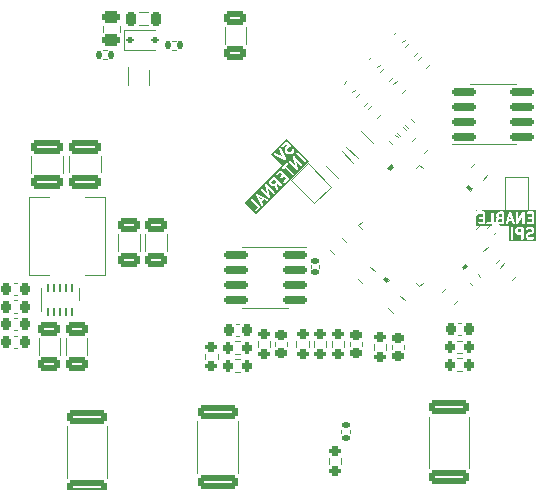
<source format=gbo>
%TF.GenerationSoftware,KiCad,Pcbnew,7.0.10*%
%TF.CreationDate,2024-01-24T14:53:36-05:00*%
%TF.ProjectId,MiniBLDC,4d696e69-424c-4444-932e-6b696361645f,rev?*%
%TF.SameCoordinates,Original*%
%TF.FileFunction,Legend,Bot*%
%TF.FilePolarity,Positive*%
%FSLAX46Y46*%
G04 Gerber Fmt 4.6, Leading zero omitted, Abs format (unit mm)*
G04 Created by KiCad (PCBNEW 7.0.10) date 2024-01-24 14:53:36*
%MOMM*%
%LPD*%
G01*
G04 APERTURE LIST*
G04 Aperture macros list*
%AMRoundRect*
0 Rectangle with rounded corners*
0 $1 Rounding radius*
0 $2 $3 $4 $5 $6 $7 $8 $9 X,Y pos of 4 corners*
0 Add a 4 corners polygon primitive as box body*
4,1,4,$2,$3,$4,$5,$6,$7,$8,$9,$2,$3,0*
0 Add four circle primitives for the rounded corners*
1,1,$1+$1,$2,$3*
1,1,$1+$1,$4,$5*
1,1,$1+$1,$6,$7*
1,1,$1+$1,$8,$9*
0 Add four rect primitives between the rounded corners*
20,1,$1+$1,$2,$3,$4,$5,0*
20,1,$1+$1,$4,$5,$6,$7,0*
20,1,$1+$1,$6,$7,$8,$9,0*
20,1,$1+$1,$8,$9,$2,$3,0*%
%AMRotRect*
0 Rectangle, with rotation*
0 The origin of the aperture is its center*
0 $1 length*
0 $2 width*
0 $3 Rotation angle, in degrees counterclockwise*
0 Add horizontal line*
21,1,$1,$2,0,0,$3*%
G04 Aperture macros list end*
%ADD10C,0.180000*%
%ADD11C,0.200000*%
%ADD12C,0.120000*%
%ADD13C,0.100000*%
%ADD14C,1.400000*%
%ADD15R,3.500000X3.500000*%
%ADD16C,3.500000*%
%ADD17RoundRect,0.250000X-0.512652X-0.159099X-0.159099X-0.512652X0.512652X0.159099X0.159099X0.512652X0*%
%ADD18RoundRect,0.250000X0.512652X0.159099X0.159099X0.512652X-0.512652X-0.159099X-0.159099X-0.512652X0*%
%ADD19RotRect,1.000000X1.500000X135.000000*%
%ADD20R,1.500000X1.000000*%
%ADD21RoundRect,0.250000X0.650000X-0.325000X0.650000X0.325000X-0.650000X0.325000X-0.650000X-0.325000X0*%
%ADD22RoundRect,0.250000X-0.650000X0.325000X-0.650000X-0.325000X0.650000X-0.325000X0.650000X0.325000X0*%
%ADD23C,0.800000*%
%ADD24C,5.000000*%
%ADD25C,5.600000*%
%ADD26C,3.600000*%
%ADD27RoundRect,0.250000X1.425000X-0.362500X1.425000X0.362500X-1.425000X0.362500X-1.425000X-0.362500X0*%
%ADD28RoundRect,0.200000X-0.200000X-0.275000X0.200000X-0.275000X0.200000X0.275000X-0.200000X0.275000X0*%
%ADD29RoundRect,0.200000X0.200000X0.275000X-0.200000X0.275000X-0.200000X-0.275000X0.200000X-0.275000X0*%
%ADD30RoundRect,0.200000X0.053033X-0.335876X0.335876X-0.053033X-0.053033X0.335876X-0.335876X0.053033X0*%
%ADD31RoundRect,0.200000X-0.053033X0.335876X-0.335876X0.053033X0.053033X-0.335876X0.335876X-0.053033X0*%
%ADD32RoundRect,0.225000X-0.225000X-0.250000X0.225000X-0.250000X0.225000X0.250000X-0.225000X0.250000X0*%
%ADD33RoundRect,0.225000X0.017678X-0.335876X0.335876X-0.017678X-0.017678X0.335876X-0.335876X0.017678X0*%
%ADD34RoundRect,0.225000X-0.017678X0.335876X-0.335876X0.017678X0.017678X-0.335876X0.335876X-0.017678X0*%
%ADD35RoundRect,0.225000X-0.335876X-0.017678X-0.017678X-0.335876X0.335876X0.017678X0.017678X0.335876X0*%
%ADD36RoundRect,0.200000X0.275000X-0.200000X0.275000X0.200000X-0.275000X0.200000X-0.275000X-0.200000X0*%
%ADD37RoundRect,0.250000X0.159099X-0.512652X0.512652X-0.159099X-0.159099X0.512652X-0.512652X0.159099X0*%
%ADD38RoundRect,0.250000X1.100000X-0.325000X1.100000X0.325000X-1.100000X0.325000X-1.100000X-0.325000X0*%
%ADD39RoundRect,0.225000X0.250000X-0.225000X0.250000X0.225000X-0.250000X0.225000X-0.250000X-0.225000X0*%
%ADD40RoundRect,0.135000X0.035355X-0.226274X0.226274X-0.035355X-0.035355X0.226274X-0.226274X0.035355X0*%
%ADD41RoundRect,0.150000X-0.825000X-0.150000X0.825000X-0.150000X0.825000X0.150000X-0.825000X0.150000X0*%
%ADD42RotRect,5.003800X5.003800X315.000000*%
%ADD43RotRect,0.279400X1.340599X315.000000*%
%ADD44RotRect,0.279400X1.340599X225.000000*%
%ADD45RoundRect,0.135000X0.226274X0.035355X0.035355X0.226274X-0.226274X-0.035355X-0.035355X-0.226274X0*%
%ADD46RoundRect,0.225000X0.225000X0.250000X-0.225000X0.250000X-0.225000X-0.250000X0.225000X-0.250000X0*%
%ADD47RoundRect,0.250000X0.475000X-0.250000X0.475000X0.250000X-0.475000X0.250000X-0.475000X-0.250000X0*%
%ADD48R,0.340000X0.700000*%
%ADD49RoundRect,0.218750X-0.218750X-0.381250X0.218750X-0.381250X0.218750X0.381250X-0.218750X0.381250X0*%
%ADD50RoundRect,0.135000X0.135000X0.185000X-0.135000X0.185000X-0.135000X-0.185000X0.135000X-0.185000X0*%
%ADD51RoundRect,0.135000X0.185000X-0.135000X0.185000X0.135000X-0.185000X0.135000X-0.185000X-0.135000X0*%
%ADD52RoundRect,0.135000X-0.226274X-0.035355X-0.035355X-0.226274X0.226274X0.035355X0.035355X0.226274X0*%
%ADD53O,1.000000X1.800000*%
%ADD54O,1.000000X2.100000*%
%ADD55C,0.650000*%
%ADD56R,2.000000X0.900000*%
%ADD57RoundRect,0.062500X0.062500X-0.300000X0.062500X0.300000X-0.062500X0.300000X-0.062500X-0.300000X0*%
%ADD58RoundRect,0.140000X0.170000X-0.140000X0.170000X0.140000X-0.170000X0.140000X-0.170000X-0.140000X0*%
%ADD59RoundRect,0.135000X-0.135000X-0.185000X0.135000X-0.185000X0.135000X0.185000X-0.135000X0.185000X0*%
%ADD60RoundRect,0.250000X-0.689429X-0.229810X-0.229810X-0.689429X0.689429X0.229810X0.229810X0.689429X0*%
%ADD61R,2.400000X1.500000*%
%ADD62RoundRect,0.112500X-0.187500X-0.112500X0.187500X-0.112500X0.187500X0.112500X-0.187500X0.112500X0*%
%ADD63RoundRect,0.150000X0.825000X0.150000X-0.825000X0.150000X-0.825000X-0.150000X0.825000X-0.150000X0*%
G04 APERTURE END LIST*
D10*
G36*
X155568278Y-113771783D02*
G01*
X155441822Y-113898239D01*
X155315367Y-113645327D01*
X155568278Y-113771783D01*
G37*
G36*
X156744507Y-112353118D02*
G01*
X156580733Y-112516891D01*
X156523833Y-112535859D01*
X156492432Y-112535859D01*
X156435530Y-112516891D01*
X156374663Y-112456025D01*
X156355696Y-112399121D01*
X156355696Y-112367723D01*
X156374663Y-112310819D01*
X156538436Y-112147047D01*
X156744507Y-112353118D01*
G37*
G36*
X159514346Y-110625757D02*
G01*
X155024175Y-115115928D01*
X154078672Y-114170426D01*
X154404045Y-113845053D01*
X154602924Y-113845053D01*
X154608289Y-113906382D01*
X154626217Y-113931987D01*
X155198973Y-114504743D01*
X154959568Y-114744149D01*
X154933550Y-114799945D01*
X154949484Y-114859411D01*
X154999915Y-114894722D01*
X155061243Y-114889357D01*
X155086848Y-114871429D01*
X155389893Y-114568383D01*
X155399776Y-114547188D01*
X155413186Y-114528037D01*
X155412478Y-114519948D01*
X155415911Y-114512587D01*
X155409858Y-114489998D01*
X155407821Y-114466708D01*
X155401011Y-114456983D01*
X155399977Y-114453121D01*
X155396702Y-114450828D01*
X155389893Y-114441103D01*
X154753497Y-113804707D01*
X154697701Y-113778689D01*
X154638235Y-113794623D01*
X154602924Y-113845053D01*
X154404045Y-113845053D01*
X154799624Y-113449474D01*
X155024284Y-113449474D01*
X155025314Y-113451850D01*
X155024712Y-113454371D01*
X155033624Y-113484331D01*
X155457888Y-114332860D01*
X155502592Y-114375187D01*
X155564046Y-114378876D01*
X155613492Y-114342200D01*
X155627796Y-114282322D01*
X155618884Y-114252362D01*
X155526676Y-114067945D01*
X155737984Y-113856637D01*
X155922401Y-113948846D01*
X155983561Y-113955884D01*
X156034937Y-113921963D01*
X156052488Y-113862955D01*
X156028004Y-113806470D01*
X156002900Y-113787849D01*
X155154371Y-113363584D01*
X155151797Y-113363287D01*
X155149916Y-113361506D01*
X155121489Y-113359799D01*
X155093211Y-113356545D01*
X155091049Y-113357972D01*
X155088462Y-113357817D01*
X155065593Y-113374779D01*
X155041835Y-113390466D01*
X155041096Y-113392950D01*
X155039016Y-113394493D01*
X155032401Y-113422183D01*
X155024284Y-113449474D01*
X154799624Y-113449474D01*
X155252573Y-112996525D01*
X155451453Y-112996525D01*
X155456818Y-113057854D01*
X155474746Y-113083459D01*
X156111142Y-113719855D01*
X156118685Y-113723372D01*
X156123489Y-113730168D01*
X156145916Y-113736070D01*
X156166938Y-113745873D01*
X156174977Y-113743718D01*
X156183026Y-113745837D01*
X156203999Y-113735942D01*
X156226404Y-113729939D01*
X156231178Y-113723120D01*
X156238704Y-113719570D01*
X156248410Y-113698509D01*
X156261715Y-113679509D01*
X156260989Y-113671217D01*
X156264473Y-113663660D01*
X156261611Y-113632535D01*
X156078041Y-112959444D01*
X156474797Y-113356200D01*
X156530593Y-113382218D01*
X156590059Y-113366284D01*
X156625370Y-113315854D01*
X156620005Y-113254525D01*
X156602077Y-113228920D01*
X155965681Y-112592524D01*
X155958137Y-112589006D01*
X155953334Y-112582211D01*
X155930906Y-112576308D01*
X155909885Y-112566506D01*
X155901845Y-112568660D01*
X155893797Y-112566542D01*
X155872823Y-112576436D01*
X155850419Y-112582440D01*
X155845644Y-112589258D01*
X155838119Y-112592809D01*
X155828412Y-112613869D01*
X155815108Y-112632870D01*
X155815833Y-112641161D01*
X155812350Y-112648719D01*
X155815212Y-112679845D01*
X155998781Y-113352934D01*
X155602026Y-112956179D01*
X155546230Y-112930161D01*
X155486764Y-112946095D01*
X155451453Y-112996525D01*
X155252573Y-112996525D01*
X155835371Y-112413727D01*
X156175696Y-112413727D01*
X156176368Y-112415574D01*
X156180314Y-112442187D01*
X156210618Y-112533101D01*
X156213964Y-112537317D01*
X156214433Y-112542677D01*
X156232361Y-112568281D01*
X156323275Y-112659194D01*
X156328150Y-112661467D01*
X156330967Y-112666052D01*
X156358453Y-112680935D01*
X156449367Y-112711240D01*
X156451329Y-112711186D01*
X156477828Y-112715859D01*
X156538437Y-112715859D01*
X156540284Y-112715186D01*
X156566898Y-112711240D01*
X156657811Y-112680935D01*
X156659716Y-112679422D01*
X156722547Y-113035459D01*
X156753337Y-113088771D01*
X156811191Y-113109819D01*
X156869038Y-113088754D01*
X156899813Y-113035435D01*
X156899808Y-113004178D01*
X156817038Y-112535145D01*
X156871786Y-112480397D01*
X157111193Y-112719804D01*
X157166989Y-112745822D01*
X157226455Y-112729888D01*
X157261766Y-112679458D01*
X157256401Y-112618129D01*
X157238473Y-112592524D01*
X156602077Y-111956128D01*
X156580882Y-111946244D01*
X156561731Y-111932835D01*
X156553642Y-111933542D01*
X156546281Y-111930110D01*
X156523692Y-111936162D01*
X156500402Y-111938200D01*
X156490677Y-111945008D01*
X156486815Y-111946044D01*
X156484521Y-111949319D01*
X156474798Y-111956128D01*
X156232361Y-112198564D01*
X156230086Y-112203441D01*
X156225502Y-112206258D01*
X156210618Y-112233744D01*
X156180314Y-112324658D01*
X156180367Y-112326624D01*
X156175696Y-112353118D01*
X156175696Y-112413727D01*
X155835371Y-112413727D01*
X156509916Y-111739182D01*
X156721520Y-111739182D01*
X156737454Y-111798648D01*
X156787884Y-111833959D01*
X156849213Y-111828594D01*
X156874818Y-111810666D01*
X157114223Y-111571259D01*
X157289990Y-111747026D01*
X157141498Y-111895518D01*
X157115480Y-111951314D01*
X157131414Y-112010780D01*
X157181844Y-112046091D01*
X157243173Y-112040726D01*
X157268778Y-112022798D01*
X157417270Y-111874306D01*
X157623340Y-112080376D01*
X157383934Y-112319782D01*
X157357916Y-112375578D01*
X157373850Y-112435044D01*
X157424280Y-112470355D01*
X157485609Y-112464990D01*
X157511214Y-112447062D01*
X157814260Y-112144015D01*
X157824142Y-112122822D01*
X157837553Y-112103670D01*
X157836845Y-112095581D01*
X157840278Y-112088220D01*
X157834225Y-112065631D01*
X157832188Y-112042341D01*
X157825378Y-112032616D01*
X157824344Y-112028754D01*
X157821069Y-112026460D01*
X157814260Y-112016736D01*
X157177864Y-111380340D01*
X157156669Y-111370456D01*
X157137518Y-111357047D01*
X157129429Y-111357754D01*
X157122068Y-111354322D01*
X157099479Y-111360374D01*
X157076189Y-111362412D01*
X157066464Y-111369220D01*
X157062602Y-111370256D01*
X157060308Y-111373531D01*
X157050585Y-111380340D01*
X156747538Y-111683386D01*
X156721520Y-111739182D01*
X156509916Y-111739182D01*
X157025093Y-111224005D01*
X157236698Y-111224005D01*
X157252632Y-111283471D01*
X157303062Y-111318782D01*
X157364391Y-111313417D01*
X157389996Y-111295489D01*
X157508183Y-111177301D01*
X158080939Y-111750057D01*
X158136735Y-111776075D01*
X158196201Y-111760141D01*
X158231512Y-111709711D01*
X158226147Y-111648382D01*
X158208219Y-111622777D01*
X157635463Y-111050021D01*
X157753651Y-110931833D01*
X157779669Y-110876038D01*
X157763735Y-110816572D01*
X157713305Y-110781261D01*
X157651976Y-110786626D01*
X157626372Y-110804554D01*
X157262716Y-111168209D01*
X157236698Y-111224005D01*
X157025093Y-111224005D01*
X157616330Y-110632768D01*
X157815210Y-110632768D01*
X157820575Y-110694097D01*
X157838503Y-110719702D01*
X158474899Y-111356098D01*
X158482442Y-111359615D01*
X158487246Y-111366411D01*
X158509673Y-111372313D01*
X158530695Y-111382116D01*
X158538734Y-111379961D01*
X158546783Y-111382080D01*
X158567756Y-111372185D01*
X158590161Y-111366182D01*
X158594935Y-111359363D01*
X158602461Y-111355813D01*
X158612167Y-111334752D01*
X158625472Y-111315752D01*
X158624746Y-111307460D01*
X158628230Y-111299903D01*
X158625368Y-111268777D01*
X158441797Y-110595686D01*
X158838555Y-110992443D01*
X158894350Y-111018461D01*
X158953817Y-111002527D01*
X158989127Y-110952097D01*
X158983762Y-110890768D01*
X158965834Y-110865164D01*
X158329437Y-110228767D01*
X158321893Y-110225249D01*
X158317090Y-110218454D01*
X158294662Y-110212551D01*
X158273641Y-110202749D01*
X158265601Y-110204903D01*
X158257553Y-110202785D01*
X158236579Y-110212679D01*
X158214175Y-110218683D01*
X158209400Y-110225501D01*
X158201875Y-110229052D01*
X158192167Y-110250114D01*
X158178864Y-110269114D01*
X158179589Y-110277404D01*
X158176106Y-110284962D01*
X158178968Y-110316088D01*
X158362538Y-110989177D01*
X157965783Y-110592422D01*
X157909987Y-110566404D01*
X157850521Y-110582338D01*
X157815210Y-110632768D01*
X157616330Y-110632768D01*
X158283030Y-109966067D01*
X158481910Y-109966067D01*
X158487275Y-110027396D01*
X158505203Y-110053001D01*
X159141599Y-110689397D01*
X159197395Y-110715415D01*
X159256861Y-110699481D01*
X159292172Y-110649051D01*
X159286807Y-110587722D01*
X159268879Y-110562117D01*
X158632483Y-109925721D01*
X158576687Y-109899703D01*
X158517221Y-109915637D01*
X158481910Y-109966067D01*
X158283030Y-109966067D01*
X158568843Y-109680254D01*
X159514346Y-110625757D01*
G37*
D11*
G36*
X158573402Y-109679372D02*
G01*
X157284055Y-110968719D01*
X156324410Y-110009074D01*
X156336006Y-109997478D01*
X156545477Y-109997478D01*
X156555608Y-110058445D01*
X156599641Y-110101814D01*
X157448169Y-110526078D01*
X157478015Y-110530573D01*
X157507783Y-110535520D01*
X157508494Y-110535164D01*
X157509283Y-110535283D01*
X157536095Y-110521363D01*
X157563062Y-110507880D01*
X157563428Y-110507173D01*
X157564135Y-110506807D01*
X157577618Y-110479840D01*
X157591538Y-110453028D01*
X157591419Y-110452239D01*
X157591775Y-110451528D01*
X157586828Y-110421760D01*
X157582333Y-110391914D01*
X157158069Y-109543386D01*
X157114700Y-109499353D01*
X157053733Y-109489222D01*
X156998454Y-109516861D01*
X156969978Y-109571714D01*
X156979183Y-109632828D01*
X157269283Y-110213028D01*
X156689083Y-109922928D01*
X156627969Y-109913723D01*
X156573116Y-109942199D01*
X156545477Y-109997478D01*
X156336006Y-109997478D01*
X156973152Y-109360332D01*
X157181989Y-109360332D01*
X157191657Y-109421374D01*
X157235359Y-109465076D01*
X157296401Y-109474744D01*
X157351469Y-109446686D01*
X157590522Y-109207632D01*
X157704121Y-109300576D01*
X157694921Y-109305264D01*
X157543398Y-109456787D01*
X157532931Y-109477328D01*
X157519241Y-109495875D01*
X157488936Y-109586789D01*
X157488812Y-109602996D01*
X157483804Y-109618412D01*
X157483804Y-109679021D01*
X157488812Y-109694436D01*
X157488936Y-109710644D01*
X157519241Y-109801558D01*
X157532933Y-109820106D01*
X157543399Y-109840646D01*
X157694921Y-109992168D01*
X157715464Y-110002635D01*
X157734009Y-110016325D01*
X157824922Y-110046630D01*
X157841129Y-110046753D01*
X157856545Y-110051762D01*
X157917154Y-110051762D01*
X157932569Y-110046753D01*
X157948777Y-110046630D01*
X158039691Y-110016325D01*
X158058238Y-110002633D01*
X158078778Y-109992168D01*
X158230301Y-109840646D01*
X158240766Y-109820106D01*
X158254459Y-109801558D01*
X158284764Y-109710644D01*
X158284887Y-109694436D01*
X158289896Y-109679021D01*
X158289896Y-109618412D01*
X158270798Y-109559633D01*
X158220798Y-109523306D01*
X158158994Y-109523306D01*
X158108994Y-109559633D01*
X158089896Y-109618412D01*
X158089896Y-109662793D01*
X158072188Y-109715915D01*
X157954049Y-109834054D01*
X157900927Y-109851762D01*
X157872772Y-109851762D01*
X157819650Y-109834054D01*
X157701511Y-109715916D01*
X157683804Y-109662793D01*
X157683804Y-109634639D01*
X157701511Y-109581517D01*
X157819651Y-109463377D01*
X157872772Y-109445670D01*
X157917154Y-109445670D01*
X157943933Y-109436969D01*
X157971194Y-109429812D01*
X157973088Y-109427496D01*
X157975933Y-109426572D01*
X157992487Y-109403787D01*
X158010331Y-109381978D01*
X158010502Y-109378990D01*
X158012260Y-109376572D01*
X158012260Y-109348413D01*
X158013877Y-109320277D01*
X158012260Y-109317759D01*
X158012260Y-109314768D01*
X157995697Y-109291971D01*
X157980478Y-109268275D01*
X157647128Y-108995533D01*
X157636936Y-108991561D01*
X157629203Y-108983828D01*
X157608794Y-108980595D01*
X157589542Y-108973093D01*
X157578963Y-108975870D01*
X157568161Y-108974159D01*
X157549750Y-108983539D01*
X157529764Y-108988787D01*
X157522837Y-108997252D01*
X157513093Y-109002218D01*
X157210047Y-109305264D01*
X157181989Y-109360332D01*
X156973152Y-109360332D01*
X157613757Y-108719727D01*
X158573402Y-109679372D01*
G37*
G36*
X175875564Y-115779457D02*
G01*
X175656314Y-115779457D01*
X175606229Y-115754415D01*
X175586321Y-115734506D01*
X175561278Y-115684420D01*
X175561278Y-115603063D01*
X175586320Y-115552978D01*
X175601011Y-115538287D01*
X175691791Y-115508028D01*
X175875564Y-115508028D01*
X175875564Y-115779457D01*
G37*
G36*
X175875564Y-115308028D02*
G01*
X175699171Y-115308028D01*
X175649085Y-115282985D01*
X175629177Y-115263077D01*
X175604135Y-115212992D01*
X175604135Y-115174492D01*
X175629177Y-115124407D01*
X175649085Y-115104500D01*
X175699171Y-115079457D01*
X175875564Y-115079457D01*
X175875564Y-115308028D01*
G37*
G36*
X176651108Y-115522314D02*
G01*
X176500021Y-115522314D01*
X176575564Y-115295683D01*
X176651108Y-115522314D01*
G37*
G36*
X178732707Y-116108028D02*
G01*
X173694744Y-116108028D01*
X173694744Y-115910359D01*
X173823315Y-115910359D01*
X173859642Y-115960359D01*
X173918421Y-115979457D01*
X174346993Y-115979457D01*
X174362056Y-115974563D01*
X174377895Y-115974563D01*
X174390708Y-115965253D01*
X174405772Y-115960359D01*
X174415081Y-115947545D01*
X174427895Y-115938236D01*
X174432789Y-115923172D01*
X174442099Y-115910359D01*
X174551886Y-115910359D01*
X174588213Y-115960359D01*
X174646992Y-115979457D01*
X175075564Y-115979457D01*
X175090627Y-115974563D01*
X175106466Y-115974563D01*
X175119279Y-115965253D01*
X175134343Y-115960359D01*
X175143652Y-115947545D01*
X175156466Y-115938236D01*
X175161360Y-115923172D01*
X175170670Y-115910359D01*
X175170670Y-115894519D01*
X175175564Y-115879457D01*
X175175564Y-115708028D01*
X175361278Y-115708028D01*
X175368401Y-115729951D01*
X175371835Y-115752749D01*
X175414692Y-115838463D01*
X175426064Y-115850009D01*
X175433423Y-115864452D01*
X175476281Y-115907310D01*
X175490721Y-115914668D01*
X175502271Y-115926043D01*
X175587986Y-115968900D01*
X175610783Y-115972333D01*
X175632707Y-115979457D01*
X175975564Y-115979457D01*
X175990627Y-115974563D01*
X176006466Y-115974563D01*
X176019279Y-115965253D01*
X176034343Y-115960359D01*
X176043652Y-115947545D01*
X176056466Y-115938236D01*
X176061360Y-115923172D01*
X176070670Y-115910359D01*
X176070670Y-115909636D01*
X176180226Y-115909636D01*
X176216173Y-115959910D01*
X176274805Y-115979455D01*
X176333727Y-115960803D01*
X176370432Y-115911080D01*
X176433354Y-115722314D01*
X176717774Y-115722314D01*
X176780696Y-115911079D01*
X176817401Y-115960803D01*
X176876323Y-115979454D01*
X176934955Y-115959910D01*
X176970902Y-115909636D01*
X176970672Y-115879457D01*
X177075564Y-115879457D01*
X177077308Y-115884825D01*
X177076159Y-115890353D01*
X177086718Y-115913789D01*
X177094662Y-115938236D01*
X177099229Y-115941554D01*
X177101548Y-115946700D01*
X177123862Y-115959451D01*
X177144662Y-115974563D01*
X177150307Y-115974563D01*
X177155209Y-115977364D01*
X177180763Y-115974563D01*
X177206466Y-115974563D01*
X177211032Y-115971245D01*
X177216644Y-115970630D01*
X177235667Y-115953347D01*
X177256466Y-115938236D01*
X177258210Y-115932866D01*
X177262388Y-115929071D01*
X177589850Y-115356012D01*
X177589850Y-115879457D01*
X177608948Y-115938236D01*
X177658948Y-115974563D01*
X177720752Y-115974563D01*
X177770752Y-115938236D01*
X177779810Y-115910359D01*
X177980458Y-115910359D01*
X178016785Y-115960359D01*
X178075564Y-115979457D01*
X178504136Y-115979457D01*
X178519199Y-115974563D01*
X178535038Y-115974563D01*
X178547851Y-115965253D01*
X178562915Y-115960359D01*
X178572224Y-115947545D01*
X178585038Y-115938236D01*
X178589932Y-115923172D01*
X178599242Y-115910359D01*
X178599242Y-115894519D01*
X178604136Y-115879457D01*
X178604136Y-114979457D01*
X178599242Y-114964394D01*
X178599242Y-114948555D01*
X178589932Y-114935741D01*
X178585038Y-114920678D01*
X178572224Y-114911368D01*
X178562915Y-114898555D01*
X178547851Y-114893660D01*
X178535038Y-114884351D01*
X178519199Y-114884351D01*
X178504136Y-114879457D01*
X178075564Y-114879457D01*
X178016785Y-114898555D01*
X177980458Y-114948555D01*
X177980458Y-115010359D01*
X178016785Y-115060359D01*
X178075564Y-115079457D01*
X178404136Y-115079457D01*
X178404136Y-115308028D01*
X178204136Y-115308028D01*
X178145357Y-115327126D01*
X178109030Y-115377126D01*
X178109030Y-115438930D01*
X178145357Y-115488930D01*
X178204136Y-115508028D01*
X178404136Y-115508028D01*
X178404136Y-115779457D01*
X178075564Y-115779457D01*
X178016785Y-115798555D01*
X177980458Y-115848555D01*
X177980458Y-115910359D01*
X177779810Y-115910359D01*
X177789850Y-115879457D01*
X177789850Y-114979457D01*
X177788105Y-114974088D01*
X177789255Y-114968561D01*
X177778695Y-114945124D01*
X177770752Y-114920678D01*
X177766184Y-114917359D01*
X177763866Y-114912214D01*
X177741551Y-114899462D01*
X177720752Y-114884351D01*
X177715107Y-114884351D01*
X177710205Y-114881550D01*
X177684651Y-114884351D01*
X177658948Y-114884351D01*
X177654381Y-114887668D01*
X177648770Y-114888284D01*
X177629746Y-114905566D01*
X177608948Y-114920678D01*
X177607203Y-114926047D01*
X177603026Y-114929843D01*
X177275564Y-115502901D01*
X177275564Y-114979457D01*
X177256466Y-114920678D01*
X177206466Y-114884351D01*
X177144662Y-114884351D01*
X177094662Y-114920678D01*
X177075564Y-114979457D01*
X177075564Y-115879457D01*
X176970672Y-115879457D01*
X176970432Y-115847834D01*
X176670432Y-114947834D01*
X176652509Y-114923555D01*
X176634955Y-114899004D01*
X176634200Y-114898752D01*
X176633727Y-114898111D01*
X176604901Y-114888986D01*
X176576323Y-114879460D01*
X176575565Y-114879699D01*
X176574805Y-114879459D01*
X176546166Y-114889005D01*
X176517401Y-114898111D01*
X176516927Y-114898752D01*
X176516173Y-114899004D01*
X176498606Y-114923571D01*
X176480696Y-114947835D01*
X176180696Y-115847834D01*
X176180226Y-115909636D01*
X176070670Y-115909636D01*
X176070670Y-115894519D01*
X176075564Y-115879457D01*
X176075564Y-114979457D01*
X176070670Y-114964394D01*
X176070670Y-114948555D01*
X176061360Y-114935741D01*
X176056466Y-114920678D01*
X176043652Y-114911368D01*
X176034343Y-114898555D01*
X176019279Y-114893660D01*
X176006466Y-114884351D01*
X175990627Y-114884351D01*
X175975564Y-114879457D01*
X175675564Y-114879457D01*
X175653640Y-114886580D01*
X175630842Y-114890014D01*
X175545129Y-114932871D01*
X175533582Y-114944243D01*
X175519140Y-114951602D01*
X175476282Y-114994459D01*
X175468922Y-115008902D01*
X175457549Y-115020450D01*
X175414692Y-115106164D01*
X175411258Y-115128961D01*
X175404135Y-115150885D01*
X175404135Y-115236600D01*
X175411258Y-115258523D01*
X175414692Y-115281321D01*
X175457549Y-115367035D01*
X175468922Y-115378582D01*
X175471943Y-115384511D01*
X175433424Y-115423031D01*
X175426065Y-115437473D01*
X175414692Y-115449021D01*
X175371835Y-115534736D01*
X175368401Y-115557533D01*
X175361278Y-115579457D01*
X175361278Y-115708028D01*
X175175564Y-115708028D01*
X175175564Y-114979457D01*
X175156466Y-114920678D01*
X175106466Y-114884351D01*
X175044662Y-114884351D01*
X174994662Y-114920678D01*
X174975564Y-114979457D01*
X174975564Y-115779457D01*
X174646992Y-115779457D01*
X174588213Y-115798555D01*
X174551886Y-115848555D01*
X174551886Y-115910359D01*
X174442099Y-115910359D01*
X174442099Y-115894519D01*
X174446993Y-115879457D01*
X174446993Y-114979457D01*
X174442099Y-114964394D01*
X174442099Y-114948555D01*
X174432789Y-114935741D01*
X174427895Y-114920678D01*
X174415081Y-114911368D01*
X174405772Y-114898555D01*
X174390708Y-114893660D01*
X174377895Y-114884351D01*
X174362056Y-114884351D01*
X174346993Y-114879457D01*
X173918421Y-114879457D01*
X173859642Y-114898555D01*
X173823315Y-114948555D01*
X173823315Y-115010359D01*
X173859642Y-115060359D01*
X173918421Y-115079457D01*
X174246993Y-115079457D01*
X174246993Y-115308028D01*
X174046993Y-115308028D01*
X173988214Y-115327126D01*
X173951887Y-115377126D01*
X173951887Y-115438930D01*
X173988214Y-115488930D01*
X174046993Y-115508028D01*
X174246993Y-115508028D01*
X174246993Y-115779457D01*
X173918421Y-115779457D01*
X173859642Y-115798555D01*
X173823315Y-115848555D01*
X173823315Y-115910359D01*
X173694744Y-115910359D01*
X173694744Y-114750886D01*
X178732707Y-114750886D01*
X178732707Y-116108028D01*
G37*
G36*
X177508743Y-116650885D02*
G01*
X177289493Y-116650885D01*
X177239407Y-116625842D01*
X177219499Y-116605934D01*
X177194457Y-116555849D01*
X177194457Y-116474492D01*
X177219499Y-116424407D01*
X177239407Y-116404499D01*
X177289493Y-116379457D01*
X177508743Y-116379457D01*
X177508743Y-116650885D01*
G37*
G36*
X178737314Y-117408028D02*
G01*
X176480172Y-117408028D01*
X176480172Y-117179457D01*
X176608743Y-117179457D01*
X176627841Y-117238236D01*
X176677841Y-117274563D01*
X176739645Y-117274563D01*
X176789645Y-117238236D01*
X176808743Y-117179457D01*
X176808743Y-116579457D01*
X176994457Y-116579457D01*
X177001580Y-116601380D01*
X177005014Y-116624178D01*
X177047871Y-116709892D01*
X177059244Y-116721439D01*
X177066603Y-116735882D01*
X177109460Y-116778739D01*
X177123902Y-116786097D01*
X177135450Y-116797471D01*
X177221165Y-116840328D01*
X177243962Y-116843761D01*
X177265886Y-116850885D01*
X177508743Y-116850885D01*
X177508743Y-117179457D01*
X177527841Y-117238236D01*
X177577841Y-117274563D01*
X177639645Y-117274563D01*
X177689645Y-117238236D01*
X177708743Y-117179457D01*
X177708743Y-117008028D01*
X177894457Y-117008028D01*
X177901580Y-117029951D01*
X177905014Y-117052749D01*
X177947871Y-117138463D01*
X177959244Y-117150010D01*
X177966603Y-117164453D01*
X178009461Y-117207310D01*
X178023902Y-117214668D01*
X178035451Y-117226043D01*
X178121164Y-117268900D01*
X178143962Y-117272333D01*
X178165886Y-117279457D01*
X178380172Y-117279457D01*
X178395587Y-117274448D01*
X178411795Y-117274325D01*
X178540366Y-117231468D01*
X178590089Y-117194763D01*
X178608741Y-117135841D01*
X178589197Y-117077209D01*
X178538922Y-117041262D01*
X178477120Y-117041732D01*
X178363945Y-117079457D01*
X178189493Y-117079457D01*
X178139407Y-117054414D01*
X178119500Y-117034506D01*
X178094457Y-116984420D01*
X178094457Y-116945921D01*
X178119500Y-116895835D01*
X178139407Y-116875927D01*
X178200790Y-116845236D01*
X178361568Y-116805042D01*
X178371014Y-116799130D01*
X178382035Y-116797471D01*
X178467750Y-116754614D01*
X178479297Y-116743240D01*
X178493740Y-116735882D01*
X178536597Y-116693025D01*
X178543955Y-116678582D01*
X178555329Y-116667035D01*
X178598186Y-116581322D01*
X178601619Y-116558523D01*
X178608743Y-116536600D01*
X178608743Y-116450885D01*
X178601619Y-116428961D01*
X178598186Y-116406163D01*
X178555329Y-116320450D01*
X178543955Y-116308902D01*
X178536597Y-116294460D01*
X178493740Y-116251603D01*
X178479297Y-116244244D01*
X178467750Y-116232871D01*
X178382035Y-116190014D01*
X178359237Y-116186580D01*
X178337314Y-116179457D01*
X178123029Y-116179457D01*
X178107615Y-116184464D01*
X178091407Y-116184588D01*
X177962834Y-116227446D01*
X177913111Y-116264151D01*
X177894459Y-116323073D01*
X177914003Y-116381705D01*
X177964278Y-116417652D01*
X178026080Y-116417182D01*
X178139256Y-116379457D01*
X178313707Y-116379457D01*
X178363792Y-116404499D01*
X178383701Y-116424408D01*
X178408743Y-116474492D01*
X178408743Y-116512993D01*
X178383701Y-116563077D01*
X178363792Y-116582985D01*
X178302410Y-116613676D01*
X178141632Y-116653871D01*
X178132185Y-116659781D01*
X178121164Y-116661442D01*
X178035451Y-116704299D01*
X178023902Y-116715673D01*
X178009461Y-116723032D01*
X177966603Y-116765889D01*
X177959244Y-116780331D01*
X177947871Y-116791879D01*
X177905014Y-116877593D01*
X177901580Y-116900390D01*
X177894457Y-116922314D01*
X177894457Y-117008028D01*
X177708743Y-117008028D01*
X177708743Y-116279457D01*
X177703849Y-116264394D01*
X177703849Y-116248555D01*
X177694539Y-116235741D01*
X177689645Y-116220678D01*
X177676831Y-116211368D01*
X177667522Y-116198555D01*
X177652458Y-116193660D01*
X177639645Y-116184351D01*
X177623806Y-116184351D01*
X177608743Y-116179457D01*
X177265886Y-116179457D01*
X177243962Y-116186580D01*
X177221165Y-116190014D01*
X177135450Y-116232871D01*
X177123902Y-116244244D01*
X177109460Y-116251603D01*
X177066603Y-116294460D01*
X177059244Y-116308902D01*
X177047871Y-116320450D01*
X177005014Y-116406164D01*
X177001580Y-116428961D01*
X176994457Y-116450885D01*
X176994457Y-116579457D01*
X176808743Y-116579457D01*
X176808743Y-116279457D01*
X176789645Y-116220678D01*
X176739645Y-116184351D01*
X176677841Y-116184351D01*
X176627841Y-116220678D01*
X176608743Y-116279457D01*
X176608743Y-117179457D01*
X176480172Y-117179457D01*
X176480172Y-116050886D01*
X178737314Y-116050886D01*
X178737314Y-117408028D01*
G37*
D12*
%TO.C,C10*%
X167284990Y-122045543D02*
X167654457Y-122415010D01*
X166245543Y-123084990D02*
X166615010Y-123454457D01*
%TO.C,C9*%
X165104457Y-119915010D02*
X164734990Y-119545543D01*
X164065010Y-120954457D02*
X163695543Y-120584990D01*
%TO.C,C8*%
X161665010Y-118504457D02*
X161295543Y-118134990D01*
X162704457Y-117465010D02*
X162334990Y-117095543D01*
%TO.C,JP2*%
X161397056Y-112782843D02*
X159417157Y-110802944D01*
X158002944Y-112217157D02*
X159982843Y-114197056D01*
X159982843Y-114197056D02*
X161397056Y-112782843D01*
X159417157Y-110802944D02*
X158002944Y-112217157D01*
%TO.C,JP1*%
X176121750Y-111950000D02*
X176121750Y-114750000D01*
X178121750Y-114750000D02*
X178121750Y-111950000D01*
X178121750Y-111950000D02*
X176121750Y-111950000D01*
X176121750Y-114750000D02*
X178121750Y-114750000D01*
%TO.C,C19*%
X154210000Y-100711252D02*
X154210000Y-99288748D01*
X152390000Y-100711252D02*
X152390000Y-99288748D01*
%TO.C,C17*%
X143390000Y-116788747D02*
X143390000Y-118211251D01*
X145210000Y-116788747D02*
X145210000Y-118211251D01*
%TO.C,R11*%
X139040000Y-137414564D02*
X139040000Y-133060436D01*
X142460000Y-137414564D02*
X142460000Y-133060436D01*
%TO.C,R7*%
X150090000Y-137014564D02*
X150090000Y-132660436D01*
X153510000Y-137014564D02*
X153510000Y-132660436D01*
%TO.C,R28*%
X172062742Y-125827500D02*
X172537258Y-125827500D01*
X172062742Y-126872500D02*
X172537258Y-126872500D01*
%TO.C,R27*%
X172537009Y-127327500D02*
X172062493Y-127327500D01*
X172537009Y-128372500D02*
X172062493Y-128372500D01*
%TO.C,R24*%
X153263753Y-125890695D02*
X153738269Y-125890695D01*
X153263753Y-126935695D02*
X153738269Y-126935695D01*
%TO.C,R23*%
X153737258Y-128447500D02*
X153262742Y-128447500D01*
X153737258Y-127402500D02*
X153262742Y-127402500D01*
%TO.C,R22*%
X168421559Y-101712339D02*
X168757092Y-101376806D01*
X167682632Y-100973412D02*
X168018165Y-100637879D01*
%TO.C,R21*%
X169073816Y-101698016D02*
X168738283Y-102033549D01*
X169812743Y-102436943D02*
X169477210Y-102772476D01*
%TO.C,R20*%
X166323940Y-103807862D02*
X166659473Y-103472329D01*
X165585013Y-103068935D02*
X165920546Y-102733402D01*
%TO.C,R19*%
X166977245Y-103794587D02*
X166641712Y-104130120D01*
X167716172Y-104533514D02*
X167380639Y-104869047D01*
%TO.C,R18*%
X163817770Y-104856541D02*
X163482237Y-105192074D01*
X164556697Y-105595468D02*
X164221164Y-105931001D01*
%TO.C,R17*%
X165269925Y-106979761D02*
X165605458Y-106644228D01*
X164530998Y-106240834D02*
X164866531Y-105905301D01*
%TO.C,C31*%
X172159420Y-124340000D02*
X172440580Y-124340000D01*
X172159420Y-125360000D02*
X172440580Y-125360000D01*
%TO.C,C29*%
X153362790Y-125447651D02*
X153643950Y-125447651D01*
X153362790Y-124427651D02*
X153643950Y-124427651D01*
%TO.C,C28*%
X167443419Y-100573677D02*
X167642230Y-100374866D01*
X166722170Y-99852428D02*
X166920981Y-99653617D01*
%TO.C,C27*%
X165332705Y-102684391D02*
X165531516Y-102485580D01*
X164611456Y-101963142D02*
X164810267Y-101764331D01*
%TO.C,C15*%
X162699831Y-103870838D02*
X162501020Y-104069649D01*
X163421080Y-104592087D02*
X163222269Y-104790898D01*
%TO.C,C11*%
X173139970Y-120936219D02*
X173338781Y-121135030D01*
X173861219Y-120214970D02*
X174060030Y-120413781D01*
%TO.C,R6*%
X159522500Y-126337258D02*
X159522500Y-125862742D01*
X158477500Y-126337258D02*
X158477500Y-125862742D01*
%TO.C,C7*%
X168233635Y-108920443D02*
X168603102Y-108550976D01*
X169273082Y-109959890D02*
X169642549Y-109590423D01*
%TO.C,C6*%
X174263239Y-112176208D02*
X174632706Y-111806741D01*
X173223792Y-111136761D02*
X173593259Y-110767294D01*
%TO.C,C33*%
X135990000Y-111586252D02*
X135990000Y-110163748D01*
X138710000Y-111586252D02*
X138710000Y-110163748D01*
%TO.C,C25*%
X164010000Y-126240580D02*
X164010000Y-125959420D01*
X162990000Y-126240580D02*
X162990000Y-125959420D01*
%TO.C,R10*%
X150752500Y-127387258D02*
X150752500Y-126912742D01*
X151797500Y-127387258D02*
X151797500Y-126912742D01*
%TO.C,C21*%
X141950001Y-111581251D02*
X141950001Y-110158747D01*
X139230001Y-111581251D02*
X139230001Y-110158747D01*
%TO.C,R29*%
X175189390Y-116819460D02*
X175406671Y-116602179D01*
X174651989Y-116282059D02*
X174869270Y-116064778D01*
%TO.C,U5*%
X175100000Y-104090000D02*
X177050000Y-104090000D01*
X175100000Y-104090000D02*
X173150000Y-104090000D01*
X175100000Y-109210000D02*
X177050000Y-109210000D01*
X175100000Y-109210000D02*
X171650000Y-109210000D01*
%TO.C,U1*%
D13*
X172958722Y-119530711D02*
X172689314Y-119800119D01*
X172509709Y-119620514D01*
X172779117Y-119351106D01*
X172958722Y-119530711D01*
G36*
X172958722Y-119530711D02*
G01*
X172689314Y-119800119D01*
X172509709Y-119620514D01*
X172779117Y-119351106D01*
X172958722Y-119530711D01*
G37*
X166274019Y-120681174D02*
X166094414Y-120860779D01*
X165825006Y-120591371D01*
X166004611Y-120411766D01*
X166274019Y-120681174D01*
G36*
X166274019Y-120681174D02*
G01*
X166094414Y-120860779D01*
X165825006Y-120591371D01*
X166004611Y-120411766D01*
X166274019Y-120681174D01*
G37*
X173312276Y-112935811D02*
X173132671Y-113115416D01*
X172863263Y-112846008D01*
X173042869Y-112666403D01*
X173312276Y-112935811D01*
G36*
X173312276Y-112935811D02*
G01*
X173132671Y-113115416D01*
X172863263Y-112846008D01*
X173042869Y-112666403D01*
X173312276Y-112935811D01*
G37*
X166627572Y-111078242D02*
X166358164Y-111347649D01*
X166178559Y-111168044D01*
X166447966Y-110898636D01*
X166627572Y-111078242D01*
G36*
X166627572Y-111078242D02*
G01*
X166358164Y-111347649D01*
X166178559Y-111168044D01*
X166447966Y-110898636D01*
X166627572Y-111078242D01*
G37*
D12*
X173998241Y-116056484D02*
X173708496Y-116346228D01*
X169151278Y-120903446D02*
X168861534Y-121193191D01*
X168861534Y-121193191D02*
X168571790Y-120903446D01*
X173708496Y-115766740D02*
X173998241Y-116056484D01*
X164014572Y-116346228D02*
X163724827Y-116056484D01*
X168861534Y-110919777D02*
X169151278Y-111209522D01*
X168571790Y-111209522D02*
X168861534Y-110919777D01*
X163724827Y-116056484D02*
X164014572Y-115766740D01*
%TO.C,R14*%
X167746047Y-107942683D02*
X167528766Y-107725402D01*
X167208646Y-108480084D02*
X166991365Y-108262803D01*
%TO.C,R3*%
X173110000Y-136614564D02*
X173110000Y-132260436D01*
X169690000Y-136614564D02*
X169690000Y-132260436D01*
%TO.C,C12*%
X171803696Y-122757200D02*
X172173163Y-122387733D01*
X170764249Y-121717753D02*
X171133716Y-121348286D01*
%TO.C,C35*%
X134829866Y-122419237D02*
X134548706Y-122419237D01*
X134829866Y-123439237D02*
X134548706Y-123439237D01*
%TO.C,C24*%
X167560000Y-126490580D02*
X167560000Y-126209420D01*
X166540000Y-126490580D02*
X166540000Y-126209420D01*
%TO.C,R12*%
X156247500Y-126337258D02*
X156247500Y-125862742D01*
X155202500Y-126337258D02*
X155202500Y-125862742D01*
%TO.C,C38*%
X138954619Y-125613746D02*
X138954619Y-127036250D01*
X140774619Y-125613746D02*
X140774619Y-127036250D01*
%TO.C,R8*%
X162522500Y-126337258D02*
X162522500Y-125862742D01*
X161477500Y-126337258D02*
X161477500Y-125862742D01*
%TO.C,C14*%
X176721742Y-120674996D02*
X177091209Y-120305529D01*
X175682295Y-119635549D02*
X176051762Y-119266082D01*
%TO.C,C68*%
X142065000Y-99661252D02*
X142065000Y-99138748D01*
X143535000Y-99661252D02*
X143535000Y-99138748D01*
%TO.C,D8*%
X146035000Y-104175000D02*
X146035000Y-102875000D01*
X144235000Y-102625000D02*
X144235000Y-104175000D01*
%TO.C,L3*%
X145135378Y-99107500D02*
X145934622Y-99107500D01*
X145135378Y-97987500D02*
X145934622Y-97987500D01*
%TO.C,R31*%
X148288641Y-100420000D02*
X147981359Y-100420000D01*
X148288641Y-101180000D02*
X147981359Y-101180000D01*
%TO.C,C22*%
X134835580Y-125390000D02*
X134554420Y-125390000D01*
X134835580Y-126410000D02*
X134554420Y-126410000D01*
%TO.C,R41*%
X162270000Y-133663641D02*
X162270000Y-133356359D01*
X163030000Y-133663641D02*
X163030000Y-133356359D01*
%TO.C,R15*%
X166320386Y-108926367D02*
X166537667Y-109143648D01*
X166857787Y-108388966D02*
X167075068Y-108606247D01*
%TO.C,R13*%
X167666365Y-107587803D02*
X167883646Y-107805084D01*
X168203766Y-107050402D02*
X168421047Y-107267683D01*
%TO.C,TH1*%
X161238504Y-136261201D02*
X161238504Y-135786685D01*
X162283504Y-136261201D02*
X162283504Y-135786685D01*
%TO.C,C36*%
X134829866Y-120940000D02*
X134548706Y-120940000D01*
X134829866Y-121960000D02*
X134548706Y-121960000D01*
%TO.C,C26*%
X156690000Y-126240580D02*
X156690000Y-125959420D01*
X157710000Y-126240580D02*
X157710000Y-125959420D01*
%TO.C,IC2*%
X140070382Y-122350000D02*
X140070382Y-121350000D01*
X136850382Y-123350000D02*
X136850382Y-121350000D01*
%TO.C,R4*%
X165027500Y-126587258D02*
X165027500Y-126112742D01*
X166072500Y-126587258D02*
X166072500Y-126112742D01*
%TO.C,C23*%
X159690000Y-119632836D02*
X159690000Y-119417164D01*
X160410000Y-119632836D02*
X160410000Y-119417164D01*
%TO.C,R43*%
X142121360Y-101980000D02*
X142428642Y-101980000D01*
X142121360Y-101220000D02*
X142428642Y-101220000D01*
%TO.C,R5*%
X159977500Y-126337258D02*
X159977500Y-125862742D01*
X161022500Y-126337258D02*
X161022500Y-125862742D01*
%TO.C,C13*%
X174292498Y-118239504D02*
X174661965Y-117870037D01*
X175331945Y-119278951D02*
X175701412Y-118909484D01*
%TO.C,C16*%
X145690001Y-116788749D02*
X145690001Y-118211253D01*
X147510001Y-116788749D02*
X147510001Y-118211253D01*
%TO.C,C5*%
X161010356Y-111039707D02*
X162016218Y-112045569D01*
X162297290Y-109752773D02*
X163303152Y-110758635D01*
%TO.C,C4*%
X162650056Y-109390536D02*
X163655918Y-110396398D01*
X163936990Y-108103602D02*
X164942852Y-109109464D01*
%TO.C,C37*%
X138470382Y-125613748D02*
X138470382Y-127036252D01*
X136650382Y-125613748D02*
X136650382Y-127036252D01*
%TO.C,L1*%
X142250000Y-120250000D02*
X142250000Y-113650000D01*
X140550000Y-120250000D02*
X142250000Y-120250000D01*
X135850000Y-120250000D02*
X137550000Y-120250000D01*
X142250000Y-113650000D02*
X140550000Y-113650000D01*
X137550000Y-113650000D02*
X135850000Y-113650000D01*
X135850000Y-113650000D02*
X135850000Y-120250000D01*
%TO.C,C34*%
X134829866Y-123890000D02*
X134548706Y-123890000D01*
X134829866Y-124910000D02*
X134548706Y-124910000D01*
%TO.C,D11*%
X143862500Y-101197500D02*
X143862500Y-99497500D01*
X143862500Y-101197500D02*
X146522500Y-101197500D01*
X143862500Y-99497500D02*
X146522500Y-99497500D01*
%TO.C,U2*%
X155850000Y-123045000D02*
X157800000Y-123045000D01*
X155850000Y-123045000D02*
X153900000Y-123045000D01*
X155850000Y-117925000D02*
X159300000Y-117925000D01*
X155850000Y-117925000D02*
X153900000Y-117925000D01*
%TD*%
%LPC*%
D14*
%TO.C,J13*%
X134450000Y-116085000D03*
X134450000Y-105085000D03*
D15*
X144450000Y-108085000D03*
D16*
X144450000Y-113085000D03*
%TD*%
D17*
%TO.C,C10*%
X166278249Y-122078249D03*
X167621751Y-123421751D03*
%TD*%
D18*
%TO.C,C9*%
X163728249Y-119578249D03*
X165071751Y-120921751D03*
%TD*%
%TO.C,C8*%
X162671751Y-118471751D03*
X161328249Y-117128249D03*
%TD*%
D16*
%TO.C,J2*%
X144450000Y-126985000D03*
D15*
X144450000Y-121985000D03*
D14*
X134450000Y-118985000D03*
X134450000Y-129985000D03*
%TD*%
D19*
%TO.C,JP2*%
X160159619Y-112959619D03*
X159240381Y-112040381D03*
%TD*%
D20*
%TO.C,JP1*%
X177121750Y-112700000D03*
X177121750Y-114000000D03*
%TD*%
D21*
%TO.C,C19*%
X153300000Y-101475000D03*
X153300000Y-98525000D03*
%TD*%
D22*
%TO.C,C17*%
X144300000Y-116024999D03*
X144300000Y-118974999D03*
%TD*%
D23*
%TO.C,J8*%
X147425000Y-140185000D03*
X146875825Y-141510825D03*
X146875825Y-138859175D03*
X145550000Y-142060000D03*
D24*
X145550000Y-140185000D03*
D23*
X145550000Y-138310000D03*
X144224175Y-141510825D03*
X144224175Y-138859175D03*
X143675000Y-140185000D03*
%TD*%
%TO.C,J7*%
X158225000Y-140185000D03*
X157675825Y-141510825D03*
X157675825Y-138859175D03*
X156350000Y-142060000D03*
D24*
X156350000Y-140185000D03*
D23*
X156350000Y-138310000D03*
X155024175Y-141510825D03*
X155024175Y-138859175D03*
X154475000Y-140185000D03*
%TD*%
%TO.C,J6*%
X169025000Y-140185000D03*
X168475825Y-141510825D03*
X168475825Y-138859175D03*
X167150000Y-142060000D03*
D24*
X167150000Y-140185000D03*
D23*
X167150000Y-138310000D03*
X165824175Y-141510825D03*
X165824175Y-138859175D03*
X165275000Y-140185000D03*
%TD*%
D25*
%TO.C,H4*%
X175850000Y-140485000D03*
D26*
X175850000Y-140485000D03*
%TD*%
%TO.C,H3*%
X135850000Y-140485000D03*
D25*
X135850000Y-140485000D03*
%TD*%
%TO.C,H2*%
X175850000Y-100485000D03*
D26*
X175850000Y-100485000D03*
%TD*%
D25*
%TO.C,H1*%
X135850000Y-100485000D03*
D26*
X135850000Y-100485000D03*
%TD*%
D27*
%TO.C,R11*%
X140750000Y-132275000D03*
X140750000Y-138200000D03*
%TD*%
%TO.C,R7*%
X151800000Y-131875000D03*
X151800000Y-137800000D03*
%TD*%
D28*
%TO.C,R28*%
X171475000Y-126350000D03*
X173125000Y-126350000D03*
%TD*%
D29*
%TO.C,R27*%
X171474751Y-127850000D03*
X173124751Y-127850000D03*
%TD*%
D28*
%TO.C,R24*%
X152676011Y-126413195D03*
X154326011Y-126413195D03*
%TD*%
D29*
%TO.C,R23*%
X154325000Y-127925000D03*
X152675000Y-127925000D03*
%TD*%
D30*
%TO.C,R22*%
X168803225Y-100591746D03*
X167636499Y-101758472D03*
%TD*%
D31*
%TO.C,R21*%
X168692150Y-102818609D03*
X169858876Y-101651883D03*
%TD*%
D30*
%TO.C,R20*%
X166705606Y-102687269D03*
X165538880Y-103853995D03*
%TD*%
D31*
%TO.C,R19*%
X166595579Y-104915180D03*
X167762305Y-103748454D03*
%TD*%
%TO.C,R18*%
X163436104Y-105977134D03*
X164602830Y-104810408D03*
%TD*%
D30*
%TO.C,R17*%
X165651591Y-105859168D03*
X164484865Y-107025894D03*
%TD*%
D32*
%TO.C,C31*%
X171525000Y-124850000D03*
X173075000Y-124850000D03*
%TD*%
%TO.C,C29*%
X154278370Y-124937651D03*
X152728370Y-124937651D03*
%TD*%
D33*
%TO.C,C28*%
X167730208Y-99565639D03*
X166634192Y-100661655D03*
%TD*%
%TO.C,C27*%
X165619494Y-101676353D03*
X164523478Y-102772369D03*
%TD*%
D34*
%TO.C,C15*%
X162413042Y-104878876D03*
X163509058Y-103782860D03*
%TD*%
D35*
%TO.C,C11*%
X174148008Y-121223008D03*
X173051992Y-120126992D03*
%TD*%
D36*
%TO.C,R6*%
X159000000Y-126925000D03*
X159000000Y-125275000D03*
%TD*%
D37*
%TO.C,C7*%
X168266341Y-109927184D03*
X169609843Y-108583682D03*
%TD*%
%TO.C,C6*%
X174600000Y-110800000D03*
X173256498Y-112143502D03*
%TD*%
D38*
%TO.C,C33*%
X137350000Y-109400000D03*
X137350000Y-112350000D03*
%TD*%
D39*
%TO.C,C25*%
X163500000Y-126875000D03*
X163500000Y-125325000D03*
%TD*%
D36*
%TO.C,R10*%
X151275000Y-126325000D03*
X151275000Y-127975000D03*
%TD*%
D38*
%TO.C,C21*%
X140590001Y-112344999D03*
X140590001Y-109394999D03*
%TD*%
D40*
%TO.C,R29*%
X174668706Y-116802743D03*
X175389954Y-116081495D03*
%TD*%
D41*
%TO.C,U5*%
X177575000Y-108555000D03*
X177575000Y-107285000D03*
X177575000Y-106015000D03*
X177575000Y-104745000D03*
X172625000Y-104745000D03*
X172625000Y-106015000D03*
X172625000Y-107285000D03*
X172625000Y-108555000D03*
%TD*%
D42*
%TO.C,U1*%
X168861534Y-116056484D03*
D43*
X163964465Y-117064465D03*
X164318018Y-117418018D03*
X164671573Y-117771573D03*
X165025125Y-118125126D03*
X165378678Y-118478678D03*
X165732232Y-118832232D03*
X166085786Y-119185786D03*
X166439340Y-119539340D03*
X166792892Y-119892893D03*
X167146445Y-120246445D03*
X167500000Y-120600000D03*
X167853553Y-120953553D03*
D44*
X169869515Y-120953553D03*
X170223068Y-120600000D03*
X170576623Y-120246445D03*
X170930176Y-119892893D03*
X171283728Y-119539340D03*
X171637282Y-119185786D03*
X171990836Y-118832232D03*
X172344390Y-118478678D03*
X172697943Y-118125126D03*
X173051495Y-117771573D03*
X173405050Y-117418018D03*
X173758603Y-117064465D03*
D43*
X173758603Y-115048503D03*
X173405050Y-114694950D03*
X173051495Y-114341395D03*
X172697943Y-113987842D03*
X172344390Y-113634290D03*
X171990836Y-113280736D03*
X171637282Y-112927182D03*
X171283728Y-112573628D03*
X170930176Y-112220075D03*
X170576623Y-111866523D03*
X170223068Y-111512968D03*
X169869515Y-111159415D03*
D44*
X167853553Y-111159415D03*
X167500000Y-111512968D03*
X167146445Y-111866523D03*
X166792892Y-112220075D03*
X166439340Y-112573628D03*
X166085786Y-112927182D03*
X165732232Y-113280736D03*
X165378678Y-113634290D03*
X165025125Y-113987842D03*
X164671573Y-114341395D03*
X164318018Y-114694950D03*
X163964465Y-115048503D03*
%TD*%
D45*
%TO.C,R14*%
X167729330Y-108463367D03*
X167008082Y-107742119D03*
%TD*%
D27*
%TO.C,R3*%
X171400000Y-137400000D03*
X171400000Y-131475000D03*
%TD*%
D37*
%TO.C,C12*%
X170796955Y-122724494D03*
X172140457Y-121380992D03*
%TD*%
D46*
%TO.C,C35*%
X135464286Y-122929237D03*
X133914286Y-122929237D03*
%TD*%
D39*
%TO.C,C24*%
X167050000Y-127125000D03*
X167050000Y-125575000D03*
%TD*%
D36*
%TO.C,R12*%
X155725000Y-126925000D03*
X155725000Y-125275000D03*
%TD*%
D22*
%TO.C,C38*%
X139864619Y-124849998D03*
X139864619Y-127799998D03*
%TD*%
D36*
%TO.C,R8*%
X162000000Y-126925000D03*
X162000000Y-125275000D03*
%TD*%
D37*
%TO.C,C14*%
X175715001Y-120642290D03*
X177058503Y-119298788D03*
%TD*%
D47*
%TO.C,C68*%
X142800000Y-98450000D03*
X142800000Y-100350000D03*
%TD*%
D48*
%TO.C,D8*%
X144635000Y-104275000D03*
X145135000Y-104275000D03*
X145635000Y-104275000D03*
X145635000Y-102775000D03*
X145135000Y-102775000D03*
X144635000Y-102775000D03*
%TD*%
D49*
%TO.C,L3*%
X144472500Y-98547500D03*
X146597500Y-98547500D03*
%TD*%
D50*
%TO.C,R31*%
X148645000Y-100800000D03*
X147625000Y-100800000D03*
%TD*%
D46*
%TO.C,C22*%
X135470000Y-125900000D03*
X133920000Y-125900000D03*
%TD*%
D51*
%TO.C,R41*%
X162650000Y-133000000D03*
X162650000Y-134020000D03*
%TD*%
D52*
%TO.C,R15*%
X166337103Y-108405683D03*
X167058351Y-109126931D03*
%TD*%
%TO.C,R13*%
X167683082Y-107067119D03*
X168404330Y-107788367D03*
%TD*%
D36*
%TO.C,TH1*%
X161761004Y-135198943D03*
X161761004Y-136848943D03*
%TD*%
D46*
%TO.C,C36*%
X135464286Y-121450000D03*
X133914286Y-121450000D03*
%TD*%
D39*
%TO.C,C26*%
X157200000Y-125325000D03*
X157200000Y-126875000D03*
%TD*%
D53*
%TO.C,J14*%
X140835000Y-99120000D03*
D54*
X140835000Y-103300000D03*
D53*
X149475000Y-99120000D03*
D54*
X149475000Y-103300000D03*
D55*
X142265000Y-102800000D03*
X148045000Y-102800000D03*
%TD*%
D56*
%TO.C,IC2*%
X138460382Y-122350000D03*
D57*
X139460382Y-121337500D03*
X138960382Y-121337500D03*
X138460382Y-121337500D03*
X137960382Y-121337500D03*
X137460382Y-121337500D03*
X137460382Y-123362500D03*
X137960382Y-123362500D03*
X138460382Y-123362500D03*
X138960382Y-123362500D03*
X139460382Y-123362500D03*
%TD*%
D36*
%TO.C,R4*%
X165550000Y-125525000D03*
X165550000Y-127175000D03*
%TD*%
D58*
%TO.C,C23*%
X160050000Y-119045000D03*
X160050000Y-120005000D03*
%TD*%
D59*
%TO.C,R43*%
X141765001Y-101600000D03*
X142785001Y-101600000D03*
%TD*%
D36*
%TO.C,R5*%
X160500000Y-125275000D03*
X160500000Y-126925000D03*
%TD*%
D37*
%TO.C,C13*%
X175668706Y-117902743D03*
X174325204Y-119246245D03*
%TD*%
D22*
%TO.C,C16*%
X146600001Y-116025001D03*
X146600001Y-118975001D03*
%TD*%
D60*
%TO.C,C5*%
X161113771Y-109856188D03*
X163199737Y-111942154D03*
%TD*%
%TO.C,C4*%
X162753471Y-108207017D03*
X164839437Y-110292983D03*
%TD*%
D22*
%TO.C,C37*%
X137560382Y-127800000D03*
X137560382Y-124850000D03*
%TD*%
D61*
%TO.C,L1*%
X139050000Y-119700000D03*
X139050000Y-114200000D03*
%TD*%
D46*
%TO.C,C34*%
X135464286Y-124400000D03*
X133914286Y-124400000D03*
%TD*%
D62*
%TO.C,D11*%
X144422500Y-100347500D03*
X146522500Y-100347500D03*
%TD*%
D63*
%TO.C,U2*%
X158325000Y-118580000D03*
X158325000Y-119850000D03*
X158325000Y-121120000D03*
X158325000Y-122390000D03*
X153375000Y-122390000D03*
X153375000Y-121120000D03*
X153375000Y-119850000D03*
X153375000Y-118580000D03*
%TD*%
%LPD*%
M02*

</source>
